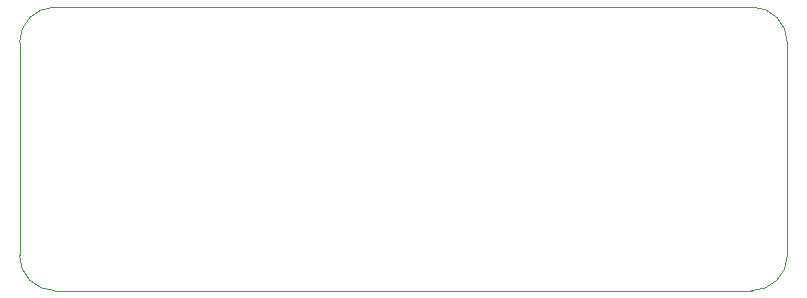
<source format=gbr>
%TF.GenerationSoftware,KiCad,Pcbnew,(6.0.7)*%
%TF.CreationDate,2022-09-16T11:39:32+01:00*%
%TF.ProjectId,gas sniffer,67617320-736e-4696-9666-65722e6b6963,rev?*%
%TF.SameCoordinates,Original*%
%TF.FileFunction,Profile,NP*%
%FSLAX46Y46*%
G04 Gerber Fmt 4.6, Leading zero omitted, Abs format (unit mm)*
G04 Created by KiCad (PCBNEW (6.0.7)) date 2022-09-16 11:39:32*
%MOMM*%
%LPD*%
G01*
G04 APERTURE LIST*
%TA.AperFunction,Profile*%
%ADD10C,0.050000*%
%TD*%
G04 APERTURE END LIST*
D10*
X77003680Y-14996320D02*
G75*
G03*
X74003680Y-11996320I-3000001J-1D01*
G01*
X74003680Y-36003680D02*
G75*
G03*
X77003680Y-33003680I-1J3000001D01*
G01*
X11996320Y-33003680D02*
G75*
G03*
X14996320Y-36003680I3000001J1D01*
G01*
X15000000Y-12000000D02*
G75*
G03*
X12000000Y-15000000I0J-3000000D01*
G01*
X74003680Y-11996320D02*
X15000000Y-12000000D01*
X77003680Y-33003680D02*
X77003680Y-14996320D01*
X14996320Y-36003680D02*
X74003680Y-36003680D01*
X12000000Y-15000000D02*
X11996320Y-33003680D01*
M02*

</source>
